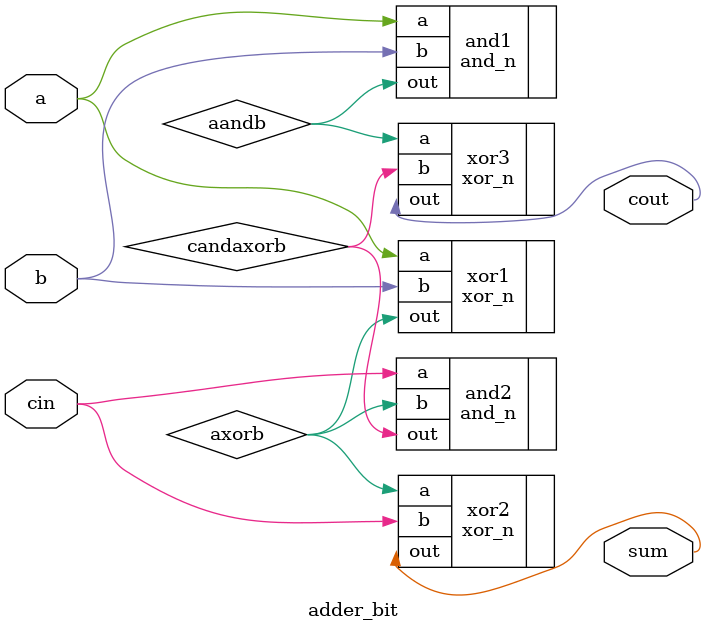
<source format=v>
module adder_bit(a, b, cin, sum, cout);
  input a, b, cin;
  output sum, cout;

  wire axorb, aandb, candaxorb;

  // axorb = a ^ b
  xor_n xor1(.a(a), .b(b), .out(axorb));
  // sum = (a ^ b) ^ cin
  xor_n xor2(.a(axorb), .b(cin), .out(sum));

  // aandb = a & b
  and_n and1(.a(a), .b(b), .out(aandb));
  // candaxorb = cin & (a ^ b)
  and_n and2(.a(cin), .b(axorb), .out(candaxorb));
  // cout = (a & b) ^ (cin & (a ^ b))
  xor_n xor3(.a(aandb), .b(candaxorb), .out(cout));
endmodule

</source>
